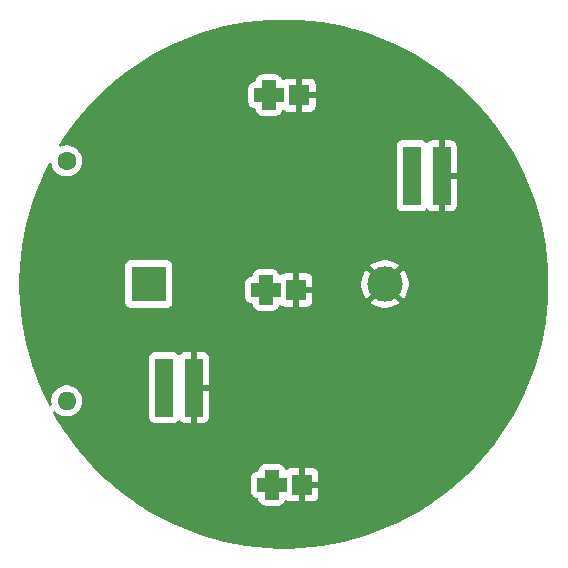
<source format=gbr>
%TF.GenerationSoftware,KiCad,Pcbnew,9.0.0*%
%TF.CreationDate,2025-03-06T09:18:45+01:00*%
%TF.ProjectId,spaceEggs,73706163-6545-4676-9773-2e6b69636164,rev?*%
%TF.SameCoordinates,Original*%
%TF.FileFunction,Copper,L1,Top*%
%TF.FilePolarity,Positive*%
%FSLAX46Y46*%
G04 Gerber Fmt 4.6, Leading zero omitted, Abs format (unit mm)*
G04 Created by KiCad (PCBNEW 9.0.0) date 2025-03-06 09:18:45*
%MOMM*%
%LPD*%
G01*
G04 APERTURE LIST*
G04 Aperture macros list*
%AMFreePoly0*
4,1,45,0.566779,1.223902,0.603106,1.173902,0.608000,1.143000,0.608000,0.609600,0.609600,0.609600,0.609600,0.608000,1.143000,0.608000,1.201779,0.588902,1.238106,0.538902,1.243000,0.508000,1.243000,-0.508000,1.223902,-0.566779,1.173902,-0.603106,1.143000,-0.608000,0.609600,-0.608000,0.609600,-0.609600,0.608000,-0.609600,0.608000,-1.143000,0.588902,-1.201779,0.538902,-1.238106,
0.508000,-1.243000,-0.508000,-1.243000,-0.566779,-1.223902,-0.603106,-1.173902,-0.608000,-1.143000,-0.608000,-0.609600,-0.609600,-0.609600,-0.609600,-0.608000,-1.143000,-0.608000,-1.201779,-0.588902,-1.238106,-0.538902,-1.243000,-0.508000,-1.243000,0.508000,-1.223902,0.566779,-1.173902,0.603106,-1.143000,0.608000,-0.609600,0.608000,-0.609600,0.609600,-0.608000,0.609600,-0.608000,1.143000,
-0.588902,1.201779,-0.538902,1.238106,-0.508000,1.243000,0.508000,1.243000,0.566779,1.223902,0.566779,1.223902,$1*%
G04 Aperture macros list end*
%TA.AperFunction,SMDPad,CuDef*%
%ADD10R,1.524000X5.000000*%
%TD*%
%TA.AperFunction,ComponentPad*%
%ADD11R,1.800000X1.800000*%
%TD*%
%TA.AperFunction,ComponentPad*%
%ADD12FreePoly0,180.000000*%
%TD*%
%TA.AperFunction,ComponentPad*%
%ADD13C,1.600000*%
%TD*%
%TA.AperFunction,ComponentPad*%
%ADD14O,1.600000X1.600000*%
%TD*%
%TA.AperFunction,ComponentPad*%
%ADD15R,3.000000X3.000000*%
%TD*%
%TA.AperFunction,ComponentPad*%
%ADD16C,3.000000*%
%TD*%
%TA.AperFunction,ViaPad*%
%ADD17C,0.800000*%
%TD*%
%TA.AperFunction,Conductor*%
%ADD18C,1.000000*%
%TD*%
G04 APERTURE END LIST*
D10*
%TO.P,D4,1,K*%
%TO.N,GND*%
X112395000Y-71265000D03*
%TO.P,D4,2,A*%
%TO.N,VCC*%
X109855000Y-71265000D03*
%TD*%
D11*
%TO.P,D2,1,K*%
%TO.N,GND*%
X121000000Y-63000000D03*
D12*
%TO.P,D2,2,A*%
%TO.N,VCC*%
X118460000Y-63000000D03*
%TD*%
D10*
%TO.P,D5,1,K*%
%TO.N,GND*%
X133350000Y-53340000D03*
%TO.P,D5,2,A*%
%TO.N,VCC*%
X130810000Y-53340000D03*
%TD*%
D13*
%TO.P,SW1,1,1*%
%TO.N,VCC*%
X101600000Y-52070000D03*
D14*
%TO.P,SW1,2,2*%
%TO.N,+3V0*%
X101600000Y-72390000D03*
%TD*%
D11*
%TO.P,D3,1,K*%
%TO.N,GND*%
X121275000Y-46500000D03*
D12*
%TO.P,D3,2,A*%
%TO.N,VCC*%
X118735000Y-46500000D03*
%TD*%
D15*
%TO.P,BT1,1,+*%
%TO.N,+3V0*%
X108549520Y-62500000D03*
D16*
%TO.P,BT1,2,-*%
%TO.N,GND*%
X128549520Y-62500000D03*
%TD*%
D11*
%TO.P,D1,1,K*%
%TO.N,GND*%
X121500000Y-79500000D03*
D12*
%TO.P,D1,2,A*%
%TO.N,VCC*%
X118960000Y-79500000D03*
%TD*%
D17*
%TO.N,VCC*%
X130810000Y-53340000D03*
X109855000Y-71120000D03*
%TD*%
D18*
%TO.N,VCC*%
X130810000Y-53340000D02*
X130810000Y-54610000D01*
X109855000Y-71265000D02*
X109855000Y-71120000D01*
%TD*%
%TA.AperFunction,Conductor*%
%TO.N,GND*%
G36*
X120465490Y-40105389D02*
G01*
X121385460Y-40143440D01*
X121390538Y-40143755D01*
X122308158Y-40219792D01*
X122313173Y-40220311D01*
X123226892Y-40334206D01*
X123231963Y-40334944D01*
X124140151Y-40486494D01*
X124145160Y-40487437D01*
X125046316Y-40676390D01*
X125051283Y-40677539D01*
X125875737Y-40886319D01*
X125943861Y-40903571D01*
X125948804Y-40904932D01*
X126831283Y-41167657D01*
X126836113Y-41169205D01*
X127514302Y-41402027D01*
X127706974Y-41468172D01*
X127711786Y-41469936D01*
X127968608Y-41570148D01*
X128569542Y-41804633D01*
X128574240Y-41806578D01*
X128994062Y-41990730D01*
X129417457Y-42176449D01*
X129422078Y-42178590D01*
X130249325Y-42583007D01*
X130253765Y-42585292D01*
X131063589Y-43023546D01*
X131068033Y-43026072D01*
X131858996Y-43497383D01*
X131863344Y-43500097D01*
X132634160Y-44003696D01*
X132638391Y-44006588D01*
X133387730Y-44541605D01*
X133391788Y-44544630D01*
X133915150Y-44951979D01*
X134118409Y-45110182D01*
X134122387Y-45113413D01*
X134824973Y-45708472D01*
X134828811Y-45711860D01*
X135133124Y-45992000D01*
X135506240Y-46335478D01*
X135509938Y-46339027D01*
X136160972Y-46990061D01*
X136164521Y-46993759D01*
X136788135Y-47671184D01*
X136791527Y-47675026D01*
X137386586Y-48377612D01*
X137389817Y-48381590D01*
X137955363Y-49108203D01*
X137958394Y-49112269D01*
X138493411Y-49861608D01*
X138496303Y-49865839D01*
X138999902Y-50636655D01*
X139002616Y-50641003D01*
X139473927Y-51431966D01*
X139476459Y-51436422D01*
X139914697Y-52246216D01*
X139917001Y-52250693D01*
X140316592Y-53068068D01*
X140321395Y-53077892D01*
X140323550Y-53082542D01*
X140693413Y-53925741D01*
X140695374Y-53930476D01*
X141030063Y-54788213D01*
X141031827Y-54793025D01*
X141330786Y-55663861D01*
X141332350Y-55668742D01*
X141595067Y-56551196D01*
X141596428Y-56556138D01*
X141822457Y-57448703D01*
X141823612Y-57453696D01*
X142012559Y-58354825D01*
X142013507Y-58359862D01*
X142165054Y-59268035D01*
X142165793Y-59273107D01*
X142279683Y-60186785D01*
X142280211Y-60191883D01*
X142356242Y-61109442D01*
X142356560Y-61114558D01*
X142394610Y-62034509D01*
X142394716Y-62039633D01*
X142394716Y-62960366D01*
X142394610Y-62965490D01*
X142356560Y-63885441D01*
X142356242Y-63890557D01*
X142280211Y-64808116D01*
X142279683Y-64813214D01*
X142165793Y-65726892D01*
X142165054Y-65731964D01*
X142013507Y-66640137D01*
X142012559Y-66645174D01*
X141823612Y-67546303D01*
X141822457Y-67551296D01*
X141596428Y-68443861D01*
X141595067Y-68448803D01*
X141332350Y-69331257D01*
X141330786Y-69336138D01*
X141031827Y-70206974D01*
X141030063Y-70211786D01*
X140695374Y-71069523D01*
X140693413Y-71074258D01*
X140323550Y-71917457D01*
X140321395Y-71922107D01*
X140242450Y-72083592D01*
X139917011Y-72749287D01*
X139914687Y-72753803D01*
X139839742Y-72892290D01*
X139476459Y-73563577D01*
X139473927Y-73568033D01*
X139002616Y-74358996D01*
X138999902Y-74363344D01*
X138496303Y-75134160D01*
X138493411Y-75138391D01*
X137958394Y-75887730D01*
X137955345Y-75891819D01*
X137861150Y-76012842D01*
X137389817Y-76618409D01*
X137386586Y-76622387D01*
X136791527Y-77324973D01*
X136788135Y-77328815D01*
X136164521Y-78006240D01*
X136160972Y-78009938D01*
X135509938Y-78660972D01*
X135506240Y-78664521D01*
X134828815Y-79288135D01*
X134824973Y-79291527D01*
X134122387Y-79886586D01*
X134118409Y-79889817D01*
X133705361Y-80211305D01*
X133391819Y-80455345D01*
X133387730Y-80458394D01*
X132638391Y-80993411D01*
X132634160Y-80996303D01*
X131863344Y-81499902D01*
X131858996Y-81502616D01*
X131068033Y-81973927D01*
X131063577Y-81976459D01*
X130735156Y-82154192D01*
X130253803Y-82414687D01*
X130249287Y-82417011D01*
X129632771Y-82718407D01*
X129422107Y-82821395D01*
X129417457Y-82823550D01*
X128574258Y-83193413D01*
X128569523Y-83195374D01*
X127711786Y-83530063D01*
X127706974Y-83531827D01*
X126836138Y-83830786D01*
X126831257Y-83832350D01*
X125948803Y-84095067D01*
X125943861Y-84096428D01*
X125051296Y-84322457D01*
X125046303Y-84323612D01*
X124145174Y-84512559D01*
X124140137Y-84513507D01*
X123231964Y-84665054D01*
X123226892Y-84665793D01*
X122313214Y-84779683D01*
X122308116Y-84780211D01*
X121390557Y-84856242D01*
X121385441Y-84856560D01*
X120465491Y-84894610D01*
X120460367Y-84894716D01*
X119539633Y-84894716D01*
X119534509Y-84894610D01*
X118614558Y-84856560D01*
X118609442Y-84856242D01*
X117691883Y-84780211D01*
X117686785Y-84779683D01*
X116773107Y-84665793D01*
X116768035Y-84665054D01*
X115859862Y-84513507D01*
X115854825Y-84512559D01*
X114953696Y-84323612D01*
X114948703Y-84322457D01*
X114056138Y-84096428D01*
X114051196Y-84095067D01*
X113168742Y-83832350D01*
X113163861Y-83830786D01*
X112293025Y-83531827D01*
X112288213Y-83530063D01*
X111430476Y-83195374D01*
X111425741Y-83193413D01*
X110582542Y-82823550D01*
X110577892Y-82821395D01*
X109750693Y-82417001D01*
X109746216Y-82414697D01*
X108936422Y-81976459D01*
X108931966Y-81973927D01*
X108141003Y-81502616D01*
X108136655Y-81499902D01*
X107365839Y-80996303D01*
X107361608Y-80993411D01*
X106612269Y-80458394D01*
X106608203Y-80455363D01*
X105881590Y-79889817D01*
X105877612Y-79886586D01*
X105175026Y-79291527D01*
X105171184Y-79288135D01*
X104943787Y-79078801D01*
X104849495Y-78991999D01*
X117198500Y-78991999D01*
X117198500Y-80008005D01*
X117204822Y-80088328D01*
X117204822Y-80088333D01*
X117209960Y-80120772D01*
X117209961Y-80120780D01*
X117233501Y-80213008D01*
X117233502Y-80213009D01*
X117301712Y-80342279D01*
X117339866Y-80394793D01*
X117357757Y-80417993D01*
X117357762Y-80417999D01*
X117465441Y-80516826D01*
X117465442Y-80516827D01*
X117596603Y-80581315D01*
X117658320Y-80601368D01*
X117658345Y-80601376D01*
X117662593Y-80602689D01*
X117672330Y-80605700D01*
X117734261Y-80614604D01*
X117797817Y-80643628D01*
X117835592Y-80702406D01*
X117839381Y-80720933D01*
X117839441Y-80720924D01*
X117839652Y-80722260D01*
X117839753Y-80722751D01*
X117839820Y-80723318D01*
X117844960Y-80755772D01*
X117844961Y-80755780D01*
X117868501Y-80848008D01*
X117868502Y-80848009D01*
X117936712Y-80977279D01*
X117974866Y-81029793D01*
X117992757Y-81052993D01*
X117992762Y-81052999D01*
X118100441Y-81151826D01*
X118100442Y-81151827D01*
X118231603Y-81216315D01*
X118293320Y-81236368D01*
X118293345Y-81236376D01*
X118297593Y-81237689D01*
X118307330Y-81240700D01*
X118452000Y-81261500D01*
X118452003Y-81261500D01*
X119467992Y-81261500D01*
X119468000Y-81261500D01*
X119548328Y-81255178D01*
X119580775Y-81250039D01*
X119580777Y-81250038D01*
X119580780Y-81250038D01*
X119673008Y-81226498D01*
X119673008Y-81226497D01*
X119673011Y-81226497D01*
X119802277Y-81158289D01*
X119854777Y-81120145D01*
X119877999Y-81102238D01*
X119976827Y-80994558D01*
X120041315Y-80863397D01*
X120054954Y-80821417D01*
X120094392Y-80763744D01*
X120158751Y-80736546D01*
X120227597Y-80748461D01*
X120247196Y-80760472D01*
X120357906Y-80843350D01*
X120357913Y-80843354D01*
X120492620Y-80893596D01*
X120492627Y-80893598D01*
X120552155Y-80899999D01*
X120552172Y-80900000D01*
X121250000Y-80900000D01*
X121250000Y-79875277D01*
X121326306Y-79919333D01*
X121440756Y-79950000D01*
X121559244Y-79950000D01*
X121673694Y-79919333D01*
X121750000Y-79875277D01*
X121750000Y-80900000D01*
X122447828Y-80900000D01*
X122447844Y-80899999D01*
X122507372Y-80893598D01*
X122507379Y-80893596D01*
X122642086Y-80843354D01*
X122642093Y-80843350D01*
X122757187Y-80757190D01*
X122757190Y-80757187D01*
X122843350Y-80642093D01*
X122843354Y-80642086D01*
X122893596Y-80507379D01*
X122893598Y-80507372D01*
X122899999Y-80447844D01*
X122900000Y-80447827D01*
X122900000Y-79750000D01*
X121875278Y-79750000D01*
X121919333Y-79673694D01*
X121950000Y-79559244D01*
X121950000Y-79440756D01*
X121919333Y-79326306D01*
X121875278Y-79250000D01*
X122900000Y-79250000D01*
X122900000Y-78552172D01*
X122899999Y-78552155D01*
X122893598Y-78492627D01*
X122893596Y-78492620D01*
X122843354Y-78357913D01*
X122843350Y-78357906D01*
X122757190Y-78242812D01*
X122757187Y-78242809D01*
X122642093Y-78156649D01*
X122642086Y-78156645D01*
X122507379Y-78106403D01*
X122507372Y-78106401D01*
X122447844Y-78100000D01*
X121750000Y-78100000D01*
X121750000Y-79124722D01*
X121673694Y-79080667D01*
X121559244Y-79050000D01*
X121440756Y-79050000D01*
X121326306Y-79080667D01*
X121250000Y-79124722D01*
X121250000Y-78100000D01*
X120552155Y-78100000D01*
X120492627Y-78106401D01*
X120492620Y-78106403D01*
X120357913Y-78156645D01*
X120357910Y-78156647D01*
X120250213Y-78237269D01*
X120184748Y-78261686D01*
X120116475Y-78246834D01*
X120067070Y-78197429D01*
X120055753Y-78168665D01*
X120051497Y-78151989D01*
X119983287Y-78022720D01*
X119945133Y-77970206D01*
X119927242Y-77947006D01*
X119927237Y-77947000D01*
X119819558Y-77848173D01*
X119819559Y-77848173D01*
X119756128Y-77816986D01*
X119688397Y-77783685D01*
X119626654Y-77763623D01*
X119612667Y-77759299D01*
X119468000Y-77738500D01*
X118452000Y-77738500D01*
X118451994Y-77738500D01*
X118371671Y-77744822D01*
X118371666Y-77744822D01*
X118339227Y-77749960D01*
X118339219Y-77749961D01*
X118246991Y-77773501D01*
X118246990Y-77773502D01*
X118117720Y-77841712D01*
X118065206Y-77879866D01*
X118042006Y-77897757D01*
X118042000Y-77897762D01*
X117943173Y-78005441D01*
X117878687Y-78136599D01*
X117878685Y-78136602D01*
X117858623Y-78198345D01*
X117854299Y-78212330D01*
X117854299Y-78212332D01*
X117845395Y-78274262D01*
X117816370Y-78337818D01*
X117757591Y-78375592D01*
X117739066Y-78379381D01*
X117739076Y-78379441D01*
X117737756Y-78379649D01*
X117737253Y-78379753D01*
X117736668Y-78379822D01*
X117704227Y-78384960D01*
X117704219Y-78384961D01*
X117611991Y-78408501D01*
X117611990Y-78408502D01*
X117482720Y-78476712D01*
X117430206Y-78514866D01*
X117407006Y-78532757D01*
X117407000Y-78532762D01*
X117308173Y-78640441D01*
X117243687Y-78771599D01*
X117243685Y-78771602D01*
X117223623Y-78833345D01*
X117219299Y-78847330D01*
X117219299Y-78847333D01*
X117198500Y-78991999D01*
X104849495Y-78991999D01*
X104493759Y-78664521D01*
X104490061Y-78660972D01*
X103839027Y-78009938D01*
X103835478Y-78006240D01*
X103735612Y-77897757D01*
X103211860Y-77328811D01*
X103208472Y-77324973D01*
X102613413Y-76622387D01*
X102610182Y-76618409D01*
X102044630Y-75891788D01*
X102041605Y-75887730D01*
X101506588Y-75138391D01*
X101503696Y-75134160D01*
X101000097Y-74363344D01*
X100997383Y-74358996D01*
X100526072Y-73568033D01*
X100523540Y-73563577D01*
X100457365Y-73441296D01*
X100442771Y-73372971D01*
X100467434Y-73307598D01*
X100523524Y-73265937D01*
X100593234Y-73261215D01*
X100654102Y-73294600D01*
X100747571Y-73388069D01*
X100747576Y-73388073D01*
X100892908Y-73493661D01*
X100914197Y-73509129D01*
X101021057Y-73563577D01*
X101097705Y-73602632D01*
X101097707Y-73602632D01*
X101097710Y-73602634D01*
X101202707Y-73636749D01*
X101293591Y-73666280D01*
X101395305Y-73682390D01*
X101497019Y-73698500D01*
X101497020Y-73698500D01*
X101702980Y-73698500D01*
X101702981Y-73698500D01*
X101906408Y-73666280D01*
X102102290Y-73602634D01*
X102285803Y-73509129D01*
X102452430Y-73388068D01*
X102598068Y-73242430D01*
X102719129Y-73075803D01*
X102812634Y-72892290D01*
X102876280Y-72696408D01*
X102908500Y-72492981D01*
X102908500Y-72287019D01*
X102876280Y-72083592D01*
X102812634Y-71887710D01*
X102812632Y-71887707D01*
X102812632Y-71887705D01*
X102778709Y-71821128D01*
X102719129Y-71704197D01*
X102703661Y-71682908D01*
X102598073Y-71537576D01*
X102598069Y-71537571D01*
X102452428Y-71391930D01*
X102452423Y-71391926D01*
X102285806Y-71270873D01*
X102285805Y-71270872D01*
X102285803Y-71270871D01*
X102228496Y-71241671D01*
X102102294Y-71177367D01*
X101906408Y-71113719D01*
X101730794Y-71085905D01*
X101702981Y-71081500D01*
X101497019Y-71081500D01*
X101472550Y-71085375D01*
X101293591Y-71113719D01*
X101097705Y-71177367D01*
X100914193Y-71270873D01*
X100747576Y-71391926D01*
X100747571Y-71391930D01*
X100601930Y-71537571D01*
X100601926Y-71537576D01*
X100480873Y-71704193D01*
X100387367Y-71887705D01*
X100323719Y-72083591D01*
X100291500Y-72287019D01*
X100291500Y-72492980D01*
X100321859Y-72684661D01*
X100319991Y-72699112D01*
X100323036Y-72713363D01*
X100315603Y-72733068D01*
X100312904Y-72753955D01*
X100303519Y-72765102D01*
X100298377Y-72778737D01*
X100281471Y-72791294D01*
X100267908Y-72807407D01*
X100253985Y-72811711D01*
X100242289Y-72820400D01*
X100221276Y-72821824D01*
X100201156Y-72828046D01*
X100187118Y-72824141D01*
X100172579Y-72825127D01*
X100154131Y-72814964D01*
X100133843Y-72809321D01*
X100123034Y-72797834D01*
X100111381Y-72791415D01*
X100090334Y-72763082D01*
X100085301Y-72753781D01*
X100083007Y-72749325D01*
X99678590Y-71922078D01*
X99676449Y-71917457D01*
X99499914Y-71515000D01*
X99306578Y-71074240D01*
X99304625Y-71069523D01*
X99283350Y-71015000D01*
X98969936Y-70211786D01*
X98968172Y-70206974D01*
X98689936Y-69396501D01*
X98669205Y-69336113D01*
X98667657Y-69331283D01*
X98484583Y-68716345D01*
X108584500Y-68716345D01*
X108584500Y-73813654D01*
X108591011Y-73874202D01*
X108591011Y-73874204D01*
X108640575Y-74007086D01*
X108642111Y-74011204D01*
X108729739Y-74128261D01*
X108846796Y-74215889D01*
X108961297Y-74258596D01*
X108978463Y-74264999D01*
X108983799Y-74266989D01*
X109011050Y-74269918D01*
X109044345Y-74273499D01*
X109044362Y-74273500D01*
X110665638Y-74273500D01*
X110665654Y-74273499D01*
X110692692Y-74270591D01*
X110726201Y-74266989D01*
X110731537Y-74264999D01*
X110748703Y-74258596D01*
X110863204Y-74215889D01*
X110980261Y-74128261D01*
X111031044Y-74060422D01*
X111086974Y-74018554D01*
X111156665Y-74013570D01*
X111217989Y-74047054D01*
X111229575Y-74060425D01*
X111275813Y-74122190D01*
X111390906Y-74208350D01*
X111390913Y-74208354D01*
X111525620Y-74258596D01*
X111525627Y-74258598D01*
X111585155Y-74264999D01*
X111585172Y-74265000D01*
X112145000Y-74265000D01*
X112645000Y-74265000D01*
X113204828Y-74265000D01*
X113204844Y-74264999D01*
X113264372Y-74258598D01*
X113264379Y-74258596D01*
X113399086Y-74208354D01*
X113399093Y-74208350D01*
X113514187Y-74122190D01*
X113514190Y-74122187D01*
X113600350Y-74007093D01*
X113600354Y-74007086D01*
X113650596Y-73872379D01*
X113650598Y-73872372D01*
X113656999Y-73812844D01*
X113657000Y-73812827D01*
X113657000Y-71515000D01*
X112645000Y-71515000D01*
X112645000Y-74265000D01*
X112145000Y-74265000D01*
X112145000Y-71015000D01*
X112645000Y-71015000D01*
X113657000Y-71015000D01*
X113657000Y-68717172D01*
X113656999Y-68717155D01*
X113650598Y-68657627D01*
X113650596Y-68657620D01*
X113600354Y-68522913D01*
X113600350Y-68522906D01*
X113514190Y-68407812D01*
X113514187Y-68407809D01*
X113399093Y-68321649D01*
X113399086Y-68321645D01*
X113264379Y-68271403D01*
X113264372Y-68271401D01*
X113204844Y-68265000D01*
X112645000Y-68265000D01*
X112645000Y-71015000D01*
X112145000Y-71015000D01*
X112145000Y-68265000D01*
X111585155Y-68265000D01*
X111525627Y-68271401D01*
X111525620Y-68271403D01*
X111390913Y-68321645D01*
X111390906Y-68321649D01*
X111275812Y-68407809D01*
X111229574Y-68469575D01*
X111173640Y-68511445D01*
X111103948Y-68516429D01*
X111042625Y-68482943D01*
X111031046Y-68469580D01*
X110980261Y-68401739D01*
X110863204Y-68314111D01*
X110726203Y-68263011D01*
X110665654Y-68256500D01*
X110665638Y-68256500D01*
X109044362Y-68256500D01*
X109044345Y-68256500D01*
X108983797Y-68263011D01*
X108983795Y-68263011D01*
X108846795Y-68314111D01*
X108729739Y-68401739D01*
X108642111Y-68518795D01*
X108591011Y-68655795D01*
X108591011Y-68655797D01*
X108584500Y-68716345D01*
X98484583Y-68716345D01*
X98404932Y-68448802D01*
X98403571Y-68443861D01*
X98177542Y-67551296D01*
X98176387Y-67546303D01*
X97987437Y-66645160D01*
X97986492Y-66640137D01*
X97834945Y-65731964D01*
X97834206Y-65726892D01*
X97720311Y-64813173D01*
X97719792Y-64808158D01*
X97643755Y-63890538D01*
X97643439Y-63885441D01*
X97642368Y-63859558D01*
X97605390Y-62965490D01*
X97605284Y-62960366D01*
X97605284Y-62039633D01*
X97605390Y-62034509D01*
X97607513Y-61983173D01*
X97643440Y-61114536D01*
X97643757Y-61109442D01*
X97644602Y-61099252D01*
X97656858Y-60951345D01*
X106541020Y-60951345D01*
X106541020Y-64048654D01*
X106547531Y-64109202D01*
X106547531Y-64109204D01*
X106595029Y-64236546D01*
X106598631Y-64246204D01*
X106686259Y-64363261D01*
X106803316Y-64450889D01*
X106874070Y-64477279D01*
X106934983Y-64499999D01*
X106940319Y-64501989D01*
X106967570Y-64504918D01*
X107000865Y-64508499D01*
X107000882Y-64508500D01*
X110098158Y-64508500D01*
X110098174Y-64508499D01*
X110125212Y-64505591D01*
X110158721Y-64501989D01*
X110164057Y-64499999D01*
X110178644Y-64494558D01*
X110295724Y-64450889D01*
X110412781Y-64363261D01*
X110500409Y-64246204D01*
X110551509Y-64109201D01*
X110555111Y-64075692D01*
X110558019Y-64048654D01*
X110558020Y-64048637D01*
X110558020Y-62491999D01*
X116698500Y-62491999D01*
X116698500Y-63508005D01*
X116704822Y-63588328D01*
X116704822Y-63588333D01*
X116709960Y-63620772D01*
X116709961Y-63620780D01*
X116733501Y-63713008D01*
X116733502Y-63713009D01*
X116801712Y-63842279D01*
X116839866Y-63894793D01*
X116857757Y-63917993D01*
X116857762Y-63917999D01*
X116955144Y-64007376D01*
X116965441Y-64016826D01*
X116965442Y-64016827D01*
X117096603Y-64081315D01*
X117158320Y-64101368D01*
X117158345Y-64101376D01*
X117162593Y-64102689D01*
X117172330Y-64105700D01*
X117234261Y-64114604D01*
X117297817Y-64143628D01*
X117335592Y-64202406D01*
X117339381Y-64220933D01*
X117339441Y-64220924D01*
X117339652Y-64222260D01*
X117339753Y-64222751D01*
X117339820Y-64223318D01*
X117344960Y-64255772D01*
X117344961Y-64255780D01*
X117368501Y-64348008D01*
X117368502Y-64348009D01*
X117436712Y-64477279D01*
X117474866Y-64529793D01*
X117492757Y-64552993D01*
X117492762Y-64552999D01*
X117600441Y-64651826D01*
X117600442Y-64651827D01*
X117731603Y-64716315D01*
X117793320Y-64736368D01*
X117793345Y-64736376D01*
X117797593Y-64737689D01*
X117807330Y-64740700D01*
X117952000Y-64761500D01*
X117952003Y-64761500D01*
X118967992Y-64761500D01*
X118968000Y-64761500D01*
X119048328Y-64755178D01*
X119080775Y-64750039D01*
X119080777Y-64750038D01*
X119080780Y-64750038D01*
X119173008Y-64726498D01*
X119173008Y-64726497D01*
X119173011Y-64726497D01*
X119302277Y-64658289D01*
X119354777Y-64620145D01*
X119377999Y-64602238D01*
X119476827Y-64494558D01*
X119541315Y-64363397D01*
X119554954Y-64321417D01*
X119594392Y-64263744D01*
X119658751Y-64236546D01*
X119727597Y-64248461D01*
X119747196Y-64260472D01*
X119857906Y-64343350D01*
X119857913Y-64343354D01*
X119992620Y-64393596D01*
X119992627Y-64393598D01*
X120052155Y-64399999D01*
X120052172Y-64400000D01*
X120750000Y-64400000D01*
X120750000Y-63375277D01*
X120826306Y-63419333D01*
X120940756Y-63450000D01*
X121059244Y-63450000D01*
X121173694Y-63419333D01*
X121250000Y-63375277D01*
X121250000Y-64400000D01*
X121947828Y-64400000D01*
X121947844Y-64399999D01*
X122007372Y-64393598D01*
X122007379Y-64393596D01*
X122142086Y-64343354D01*
X122142093Y-64343350D01*
X122257187Y-64257190D01*
X122257190Y-64257187D01*
X122343350Y-64142093D01*
X122343354Y-64142086D01*
X122393598Y-64007376D01*
X122399999Y-63947844D01*
X122400000Y-63947827D01*
X122400000Y-63250000D01*
X121375278Y-63250000D01*
X121419333Y-63173694D01*
X121450000Y-63059244D01*
X121450000Y-62940756D01*
X121419333Y-62826306D01*
X121375278Y-62750000D01*
X122400000Y-62750000D01*
X122400000Y-62368905D01*
X126549520Y-62368905D01*
X126549520Y-62631094D01*
X126583740Y-62891009D01*
X126583742Y-62891020D01*
X126651595Y-63144255D01*
X126751924Y-63386471D01*
X126751929Y-63386482D01*
X126883008Y-63613516D01*
X126883014Y-63613524D01*
X126969600Y-63726365D01*
X127871941Y-62824024D01*
X127884879Y-62855258D01*
X127966957Y-62978097D01*
X128071423Y-63082563D01*
X128194262Y-63164641D01*
X128225494Y-63177577D01*
X127323153Y-64079917D01*
X127323153Y-64079918D01*
X127435995Y-64166505D01*
X127436003Y-64166511D01*
X127663037Y-64297590D01*
X127663048Y-64297595D01*
X127905264Y-64397924D01*
X128158499Y-64465777D01*
X128158510Y-64465779D01*
X128418425Y-64499999D01*
X128418440Y-64500000D01*
X128680600Y-64500000D01*
X128680614Y-64499999D01*
X128940529Y-64465779D01*
X128940540Y-64465777D01*
X129193775Y-64397924D01*
X129435991Y-64297595D01*
X129436002Y-64297590D01*
X129663036Y-64166511D01*
X129663054Y-64166499D01*
X129775885Y-64079919D01*
X129775885Y-64079917D01*
X128873545Y-63177578D01*
X128904778Y-63164641D01*
X129027617Y-63082563D01*
X129132083Y-62978097D01*
X129214161Y-62855258D01*
X129227097Y-62824025D01*
X130129437Y-63726365D01*
X130129439Y-63726365D01*
X130216019Y-63613534D01*
X130216031Y-63613516D01*
X130347110Y-63386482D01*
X130347115Y-63386471D01*
X130447444Y-63144255D01*
X130515297Y-62891020D01*
X130515299Y-62891009D01*
X130549519Y-62631094D01*
X130549520Y-62631080D01*
X130549520Y-62368919D01*
X130549519Y-62368905D01*
X130515299Y-62108990D01*
X130515297Y-62108979D01*
X130447444Y-61855744D01*
X130347115Y-61613528D01*
X130347110Y-61613517D01*
X130216031Y-61386483D01*
X130216025Y-61386475D01*
X130129438Y-61273633D01*
X130129437Y-61273633D01*
X129227097Y-62175973D01*
X129214161Y-62144742D01*
X129132083Y-62021903D01*
X129027617Y-61917437D01*
X128904778Y-61835359D01*
X128873543Y-61822421D01*
X129775885Y-60920080D01*
X129663044Y-60833494D01*
X129663036Y-60833488D01*
X129436002Y-60702409D01*
X129435991Y-60702404D01*
X129193775Y-60602075D01*
X128940540Y-60534222D01*
X128940529Y-60534220D01*
X128680614Y-60500000D01*
X128418425Y-60500000D01*
X128158510Y-60534220D01*
X128158499Y-60534222D01*
X127905264Y-60602075D01*
X127663048Y-60702404D01*
X127663037Y-60702409D01*
X127435991Y-60833496D01*
X127323153Y-60920079D01*
X127323153Y-60920080D01*
X128225494Y-61822421D01*
X128194262Y-61835359D01*
X128071423Y-61917437D01*
X127966957Y-62021903D01*
X127884879Y-62144742D01*
X127871941Y-62175974D01*
X126969600Y-61273633D01*
X126969599Y-61273633D01*
X126883016Y-61386471D01*
X126751929Y-61613517D01*
X126751924Y-61613528D01*
X126651595Y-61855744D01*
X126583742Y-62108979D01*
X126583740Y-62108990D01*
X126549520Y-62368905D01*
X122400000Y-62368905D01*
X122400000Y-62052172D01*
X122399999Y-62052155D01*
X122393598Y-61992627D01*
X122393596Y-61992620D01*
X122343354Y-61857913D01*
X122343350Y-61857906D01*
X122257190Y-61742812D01*
X122257187Y-61742809D01*
X122142093Y-61656649D01*
X122142086Y-61656645D01*
X122007379Y-61606403D01*
X122007372Y-61606401D01*
X121947844Y-61600000D01*
X121250000Y-61600000D01*
X121250000Y-62624722D01*
X121173694Y-62580667D01*
X121059244Y-62550000D01*
X120940756Y-62550000D01*
X120826306Y-62580667D01*
X120750000Y-62624722D01*
X120750000Y-61600000D01*
X120052155Y-61600000D01*
X119992627Y-61606401D01*
X119992620Y-61606403D01*
X119857913Y-61656645D01*
X119857910Y-61656647D01*
X119750213Y-61737269D01*
X119684748Y-61761686D01*
X119616475Y-61746834D01*
X119567070Y-61697429D01*
X119555753Y-61668665D01*
X119551497Y-61651989D01*
X119483287Y-61522720D01*
X119445133Y-61470206D01*
X119427242Y-61447006D01*
X119427237Y-61447000D01*
X119319558Y-61348173D01*
X119319559Y-61348173D01*
X119256128Y-61316986D01*
X119188397Y-61283685D01*
X119126654Y-61263623D01*
X119112667Y-61259299D01*
X118968000Y-61238500D01*
X117952000Y-61238500D01*
X117951994Y-61238500D01*
X117871671Y-61244822D01*
X117871666Y-61244822D01*
X117839227Y-61249960D01*
X117839219Y-61249961D01*
X117746991Y-61273501D01*
X117746990Y-61273502D01*
X117617720Y-61341712D01*
X117565206Y-61379866D01*
X117542006Y-61397757D01*
X117542000Y-61397762D01*
X117443173Y-61505441D01*
X117378687Y-61636599D01*
X117378685Y-61636602D01*
X117358623Y-61698345D01*
X117354299Y-61712330D01*
X117354299Y-61712332D01*
X117345395Y-61774262D01*
X117316370Y-61837818D01*
X117257591Y-61875592D01*
X117239066Y-61879381D01*
X117239076Y-61879441D01*
X117237756Y-61879649D01*
X117237253Y-61879753D01*
X117236668Y-61879822D01*
X117204227Y-61884960D01*
X117204219Y-61884961D01*
X117111991Y-61908501D01*
X117111990Y-61908502D01*
X116982720Y-61976712D01*
X116930206Y-62014866D01*
X116907006Y-62032757D01*
X116907000Y-62032762D01*
X116808173Y-62140441D01*
X116743687Y-62271599D01*
X116743685Y-62271602D01*
X116723623Y-62333345D01*
X116719299Y-62347330D01*
X116719299Y-62347333D01*
X116698500Y-62491999D01*
X110558020Y-62491999D01*
X110558020Y-60951362D01*
X110558019Y-60951345D01*
X110554657Y-60920079D01*
X110551509Y-60890799D01*
X110500409Y-60753796D01*
X110412781Y-60636739D01*
X110295724Y-60549111D01*
X110158723Y-60498011D01*
X110098174Y-60491500D01*
X110098158Y-60491500D01*
X107000882Y-60491500D01*
X107000865Y-60491500D01*
X106940317Y-60498011D01*
X106940315Y-60498011D01*
X106803315Y-60549111D01*
X106686259Y-60636739D01*
X106598631Y-60753795D01*
X106547531Y-60890795D01*
X106547531Y-60890797D01*
X106541020Y-60951345D01*
X97656858Y-60951345D01*
X97719792Y-60191836D01*
X97720311Y-60186831D01*
X97834206Y-59273100D01*
X97834945Y-59268035D01*
X97986492Y-58359862D01*
X97987435Y-58354848D01*
X98176392Y-57453672D01*
X98177536Y-57448727D01*
X98403573Y-56556127D01*
X98404932Y-56551196D01*
X98465277Y-56348500D01*
X98667661Y-55668702D01*
X98669200Y-55663900D01*
X98968174Y-54793017D01*
X98969936Y-54788213D01*
X98996646Y-54719761D01*
X99304639Y-53930440D01*
X99306571Y-53925776D01*
X99676452Y-53082533D01*
X99678581Y-53077940D01*
X100077328Y-52262289D01*
X100124453Y-52210711D01*
X100191987Y-52192797D01*
X100258486Y-52214238D01*
X100302836Y-52268227D01*
X100311199Y-52297356D01*
X100323719Y-52376408D01*
X100387367Y-52572294D01*
X100480873Y-52755806D01*
X100601926Y-52922423D01*
X100601930Y-52922428D01*
X100747571Y-53068069D01*
X100747576Y-53068073D01*
X100892908Y-53173661D01*
X100914197Y-53189129D01*
X101031128Y-53248709D01*
X101097705Y-53282632D01*
X101097707Y-53282632D01*
X101097710Y-53282634D01*
X101202707Y-53316749D01*
X101293591Y-53346280D01*
X101395305Y-53362390D01*
X101497019Y-53378500D01*
X101497020Y-53378500D01*
X101702980Y-53378500D01*
X101702981Y-53378500D01*
X101906408Y-53346280D01*
X102102290Y-53282634D01*
X102285803Y-53189129D01*
X102452430Y-53068068D01*
X102598068Y-52922430D01*
X102719129Y-52755803D01*
X102812634Y-52572290D01*
X102876280Y-52376408D01*
X102908500Y-52172981D01*
X102908500Y-51967019D01*
X102876280Y-51763592D01*
X102812634Y-51567710D01*
X102812632Y-51567707D01*
X102812632Y-51567705D01*
X102745739Y-51436422D01*
X102719129Y-51384197D01*
X102703661Y-51362908D01*
X102598073Y-51217576D01*
X102598069Y-51217571D01*
X102452428Y-51071930D01*
X102452423Y-51071926D01*
X102285806Y-50950873D01*
X102285805Y-50950872D01*
X102285803Y-50950871D01*
X102183071Y-50898526D01*
X102102294Y-50857367D01*
X101906408Y-50793719D01*
X101891419Y-50791345D01*
X129539500Y-50791345D01*
X129539500Y-55888654D01*
X129546011Y-55949202D01*
X129546011Y-55949204D01*
X129595575Y-56082086D01*
X129597111Y-56086204D01*
X129684739Y-56203261D01*
X129801796Y-56290889D01*
X129916297Y-56333596D01*
X129933463Y-56339999D01*
X129938799Y-56341989D01*
X129966050Y-56344918D01*
X129999345Y-56348499D01*
X129999362Y-56348500D01*
X131620638Y-56348500D01*
X131620654Y-56348499D01*
X131647692Y-56345591D01*
X131681201Y-56341989D01*
X131686537Y-56339999D01*
X131703703Y-56333596D01*
X131818204Y-56290889D01*
X131935261Y-56203261D01*
X131986044Y-56135422D01*
X132041974Y-56093554D01*
X132111665Y-56088570D01*
X132172989Y-56122054D01*
X132184575Y-56135425D01*
X132230813Y-56197190D01*
X132345906Y-56283350D01*
X132345913Y-56283354D01*
X132480620Y-56333596D01*
X132480627Y-56333598D01*
X132540155Y-56339999D01*
X132540172Y-56340000D01*
X133100000Y-56340000D01*
X133600000Y-56340000D01*
X134159828Y-56340000D01*
X134159844Y-56339999D01*
X134219372Y-56333598D01*
X134219379Y-56333596D01*
X134354086Y-56283354D01*
X134354093Y-56283350D01*
X134469187Y-56197190D01*
X134469190Y-56197187D01*
X134555350Y-56082093D01*
X134555354Y-56082086D01*
X134605596Y-55947379D01*
X134605598Y-55947372D01*
X134611999Y-55887844D01*
X134612000Y-55887827D01*
X134612000Y-53590000D01*
X133600000Y-53590000D01*
X133600000Y-56340000D01*
X133100000Y-56340000D01*
X133100000Y-53090000D01*
X133600000Y-53090000D01*
X134612000Y-53090000D01*
X134612000Y-50792172D01*
X134611999Y-50792155D01*
X134605598Y-50732627D01*
X134605596Y-50732620D01*
X134555354Y-50597913D01*
X134555350Y-50597906D01*
X134469190Y-50482812D01*
X134469187Y-50482809D01*
X134354093Y-50396649D01*
X134354086Y-50396645D01*
X134219379Y-50346403D01*
X134219372Y-50346401D01*
X134159844Y-50340000D01*
X133600000Y-50340000D01*
X133600000Y-53090000D01*
X133100000Y-53090000D01*
X133100000Y-50340000D01*
X132540155Y-50340000D01*
X132480627Y-50346401D01*
X132480620Y-50346403D01*
X132345913Y-50396645D01*
X132345906Y-50396649D01*
X132230812Y-50482809D01*
X132184574Y-50544575D01*
X132128640Y-50586445D01*
X132058948Y-50591429D01*
X131997625Y-50557943D01*
X131986046Y-50544580D01*
X131935261Y-50476739D01*
X131818204Y-50389111D01*
X131681203Y-50338011D01*
X131620654Y-50331500D01*
X131620638Y-50331500D01*
X129999362Y-50331500D01*
X129999345Y-50331500D01*
X129938797Y-50338011D01*
X129938795Y-50338011D01*
X129801795Y-50389111D01*
X129684739Y-50476739D01*
X129597111Y-50593795D01*
X129546011Y-50730795D01*
X129546011Y-50730797D01*
X129539500Y-50791345D01*
X101891419Y-50791345D01*
X101730794Y-50765905D01*
X101702981Y-50761500D01*
X101497019Y-50761500D01*
X101450740Y-50768830D01*
X101293590Y-50793720D01*
X101293587Y-50793720D01*
X101127080Y-50847823D01*
X101100979Y-50848568D01*
X101075276Y-50853156D01*
X101066616Y-50849550D01*
X101057239Y-50849818D01*
X101034876Y-50836333D01*
X101010775Y-50826297D01*
X101005440Y-50818582D01*
X100997406Y-50813738D01*
X100985884Y-50790304D01*
X100971034Y-50768830D01*
X100970716Y-50759455D01*
X100966578Y-50751037D01*
X100969554Y-50725095D01*
X100968672Y-50699000D01*
X100974023Y-50686147D01*
X100974543Y-50681623D01*
X100982235Y-50666424D01*
X100997398Y-50640978D01*
X101000081Y-50636680D01*
X101503706Y-49865823D01*
X101506588Y-49861608D01*
X101602504Y-49727268D01*
X102041626Y-49112240D01*
X102044613Y-49108233D01*
X102610203Y-48381564D01*
X102613413Y-48377612D01*
X102721462Y-48250039D01*
X103208497Y-47674997D01*
X103211839Y-47671212D01*
X103835501Y-46993734D01*
X103839003Y-46990085D01*
X104490085Y-46339003D01*
X104493734Y-46335501D01*
X104866877Y-45991999D01*
X116973500Y-45991999D01*
X116973500Y-47008005D01*
X116979822Y-47088328D01*
X116979822Y-47088333D01*
X116984960Y-47120772D01*
X116984961Y-47120780D01*
X117008501Y-47213008D01*
X117008502Y-47213009D01*
X117076712Y-47342279D01*
X117114866Y-47394793D01*
X117132757Y-47417993D01*
X117132762Y-47417999D01*
X117240441Y-47516826D01*
X117240442Y-47516827D01*
X117371603Y-47581315D01*
X117433320Y-47601368D01*
X117433345Y-47601376D01*
X117437593Y-47602689D01*
X117447330Y-47605700D01*
X117509261Y-47614604D01*
X117572817Y-47643628D01*
X117610592Y-47702406D01*
X117614381Y-47720933D01*
X117614441Y-47720924D01*
X117614652Y-47722260D01*
X117614753Y-47722751D01*
X117614820Y-47723318D01*
X117619960Y-47755772D01*
X117619961Y-47755780D01*
X117643501Y-47848008D01*
X117643502Y-47848009D01*
X117711712Y-47977279D01*
X117749866Y-48029793D01*
X117767757Y-48052993D01*
X117767762Y-48052999D01*
X117875441Y-48151826D01*
X117875442Y-48151827D01*
X118006603Y-48216315D01*
X118068320Y-48236368D01*
X118068345Y-48236376D01*
X118072593Y-48237689D01*
X118082330Y-48240700D01*
X118227000Y-48261500D01*
X118227003Y-48261500D01*
X119242992Y-48261500D01*
X119243000Y-48261500D01*
X119323328Y-48255178D01*
X119355775Y-48250039D01*
X119355777Y-48250038D01*
X119355780Y-48250038D01*
X119448008Y-48226498D01*
X119448008Y-48226497D01*
X119448011Y-48226497D01*
X119577277Y-48158289D01*
X119629777Y-48120145D01*
X119652999Y-48102238D01*
X119751827Y-47994558D01*
X119816315Y-47863397D01*
X119829954Y-47821417D01*
X119869392Y-47763744D01*
X119933751Y-47736546D01*
X120002597Y-47748461D01*
X120022196Y-47760472D01*
X120132906Y-47843350D01*
X120132913Y-47843354D01*
X120267620Y-47893596D01*
X120267627Y-47893598D01*
X120327155Y-47899999D01*
X120327172Y-47900000D01*
X121025000Y-47900000D01*
X121025000Y-46875277D01*
X121101306Y-46919333D01*
X121215756Y-46950000D01*
X121334244Y-46950000D01*
X121448694Y-46919333D01*
X121525000Y-46875277D01*
X121525000Y-47900000D01*
X122222828Y-47900000D01*
X122222844Y-47899999D01*
X122282372Y-47893598D01*
X122282379Y-47893596D01*
X122417086Y-47843354D01*
X122417093Y-47843350D01*
X122532187Y-47757190D01*
X122532190Y-47757187D01*
X122618350Y-47642093D01*
X122618354Y-47642086D01*
X122668596Y-47507379D01*
X122668598Y-47507372D01*
X122674999Y-47447844D01*
X122675000Y-47447827D01*
X122675000Y-46750000D01*
X121650278Y-46750000D01*
X121694333Y-46673694D01*
X121725000Y-46559244D01*
X121725000Y-46440756D01*
X121694333Y-46326306D01*
X121650278Y-46250000D01*
X122675000Y-46250000D01*
X122675000Y-45552172D01*
X122674999Y-45552155D01*
X122668598Y-45492627D01*
X122668596Y-45492620D01*
X122618354Y-45357913D01*
X122618350Y-45357906D01*
X122532190Y-45242812D01*
X122532187Y-45242809D01*
X122417093Y-45156649D01*
X122417086Y-45156645D01*
X122282379Y-45106403D01*
X122282372Y-45106401D01*
X122222844Y-45100000D01*
X121525000Y-45100000D01*
X121525000Y-46124722D01*
X121448694Y-46080667D01*
X121334244Y-46050000D01*
X121215756Y-46050000D01*
X121101306Y-46080667D01*
X121025000Y-46124722D01*
X121025000Y-45100000D01*
X120327155Y-45100000D01*
X120267627Y-45106401D01*
X120267620Y-45106403D01*
X120132913Y-45156645D01*
X120132910Y-45156647D01*
X120025213Y-45237269D01*
X119959748Y-45261686D01*
X119891475Y-45246834D01*
X119842070Y-45197429D01*
X119830753Y-45168665D01*
X119826497Y-45151989D01*
X119758287Y-45022720D01*
X119720133Y-44970206D01*
X119702242Y-44947006D01*
X119702237Y-44947000D01*
X119594558Y-44848173D01*
X119594559Y-44848173D01*
X119531128Y-44816986D01*
X119463397Y-44783685D01*
X119401654Y-44763623D01*
X119387667Y-44759299D01*
X119243000Y-44738500D01*
X118227000Y-44738500D01*
X118226994Y-44738500D01*
X118146671Y-44744822D01*
X118146666Y-44744822D01*
X118114227Y-44749960D01*
X118114219Y-44749961D01*
X118021991Y-44773501D01*
X118021990Y-44773502D01*
X117892720Y-44841712D01*
X117840206Y-44879866D01*
X117817006Y-44897757D01*
X117817000Y-44897762D01*
X117718173Y-45005441D01*
X117653687Y-45136599D01*
X117653685Y-45136602D01*
X117633623Y-45198345D01*
X117629299Y-45212330D01*
X117629299Y-45212332D01*
X117620395Y-45274262D01*
X117591370Y-45337818D01*
X117532591Y-45375592D01*
X117514066Y-45379381D01*
X117514076Y-45379441D01*
X117512756Y-45379649D01*
X117512253Y-45379753D01*
X117511668Y-45379822D01*
X117479227Y-45384960D01*
X117479219Y-45384961D01*
X117386991Y-45408501D01*
X117386990Y-45408502D01*
X117257720Y-45476712D01*
X117205206Y-45514866D01*
X117182006Y-45532757D01*
X117182000Y-45532762D01*
X117083173Y-45640441D01*
X117018687Y-45771599D01*
X117018685Y-45771602D01*
X116998623Y-45833345D01*
X116994299Y-45847330D01*
X116994299Y-45847333D01*
X116973500Y-45991999D01*
X104866877Y-45991999D01*
X105171212Y-45711839D01*
X105174997Y-45708497D01*
X105877615Y-45113410D01*
X105881564Y-45110203D01*
X106608233Y-44544613D01*
X106612240Y-44541626D01*
X107361608Y-44006588D01*
X107365823Y-44003706D01*
X108136680Y-43500081D01*
X108140978Y-43497398D01*
X108931978Y-43026065D01*
X108936389Y-43023558D01*
X109746253Y-42585282D01*
X109750654Y-42583017D01*
X110577940Y-42178581D01*
X110582542Y-42176449D01*
X111425776Y-41806571D01*
X111430440Y-41804639D01*
X112288221Y-41469933D01*
X112293017Y-41468174D01*
X113163900Y-41169200D01*
X113168702Y-41167661D01*
X114051207Y-40904928D01*
X114056127Y-40903573D01*
X114948727Y-40677536D01*
X114953672Y-40676392D01*
X115854848Y-40487435D01*
X115859839Y-40486496D01*
X116768043Y-40334943D01*
X116773100Y-40334206D01*
X117686831Y-40220311D01*
X117691836Y-40219792D01*
X118609464Y-40143755D01*
X118614536Y-40143440D01*
X119534509Y-40105389D01*
X119539633Y-40105284D01*
X120460367Y-40105284D01*
X120465490Y-40105389D01*
G37*
%TD.AperFunction*%
%TD*%
M02*

</source>
